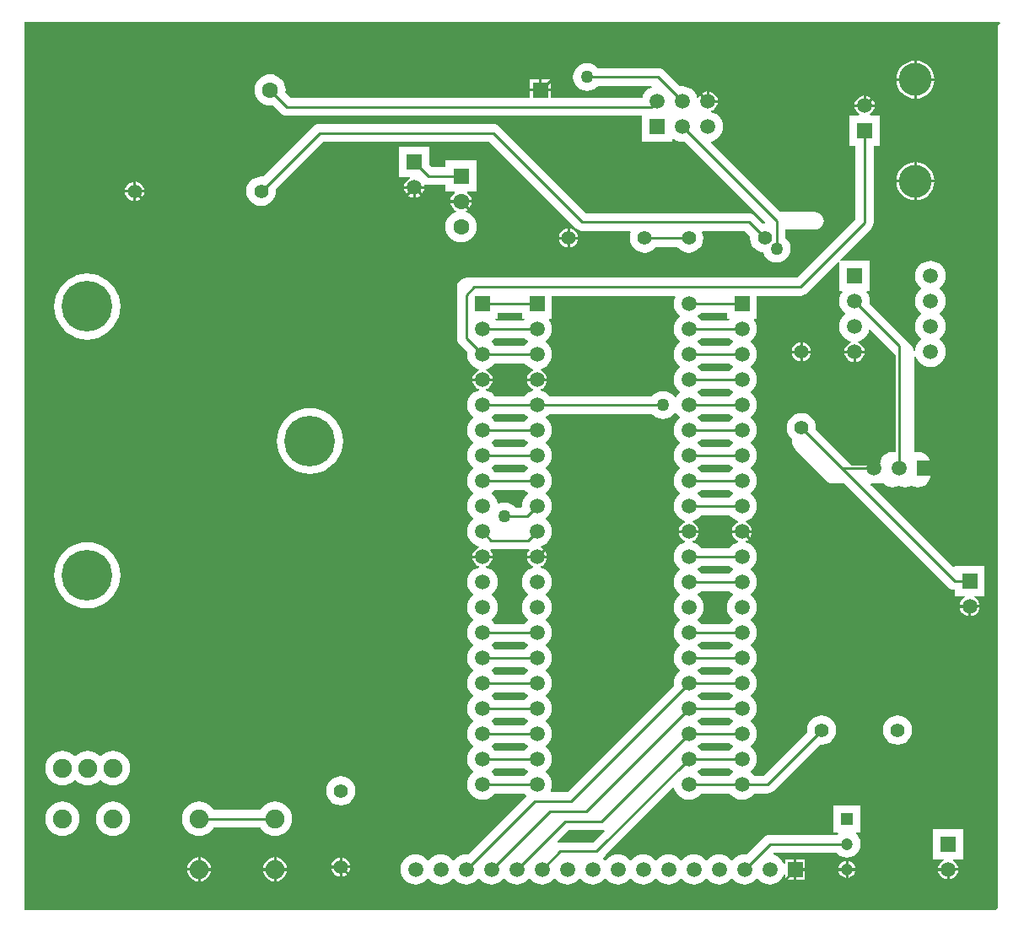
<source format=gbl>
%FSLAX25Y25*%
%MOIN*%
G70*
G01*
G75*
G04 Layer_Physical_Order=2*
G04 Layer_Color=16711680*
%ADD10C,0.01000*%
%ADD11R,0.05906X0.05906*%
%ADD12C,0.05906*%
%ADD13C,0.07500*%
%ADD14C,0.12992*%
%ADD15C,0.04724*%
%ADD16R,0.04724X0.04724*%
%ADD17C,0.05512*%
%ADD18R,0.05906X0.05906*%
%ADD19C,0.20000*%
%ADD20C,0.05600*%
%ADD21C,0.06299*%
%ADD22R,0.06299X0.06299*%
%ADD23C,0.06299*%
%ADD24R,0.06299X0.06299*%
%ADD25C,0.05000*%
G36*
X485538Y449538D02*
X484500Y448500D01*
Y100000D01*
X483500Y99000D01*
X100153D01*
X99962Y99462D01*
X100000Y99500D01*
Y450000D01*
X485347D01*
X485538Y449538D01*
D02*
G37*
%LPC*%
G36*
X224500Y115500D02*
X221277D01*
X221341Y115020D01*
X221719Y114106D01*
X222321Y113321D01*
X223106Y112719D01*
X224020Y112341D01*
X224500Y112277D01*
Y115500D01*
D02*
G37*
G36*
X428325Y114500D02*
X425500D01*
Y111675D01*
X425878Y111724D01*
X426696Y112063D01*
X427398Y112602D01*
X427937Y113304D01*
X428276Y114122D01*
X428325Y114500D01*
D02*
G37*
G36*
X424500D02*
X421675D01*
X421724Y114122D01*
X422063Y113304D01*
X422602Y112602D01*
X423304Y112063D01*
X424122Y111724D01*
X424500Y111675D01*
Y114500D01*
D02*
G37*
G36*
X228723Y115500D02*
X225500D01*
Y112277D01*
X225980Y112341D01*
X226894Y112719D01*
X227679Y113321D01*
X228281Y114106D01*
X228659Y115020D01*
X228723Y115500D01*
D02*
G37*
G36*
X169500Y119725D02*
Y115500D01*
X173725D01*
X173628Y116240D01*
X173149Y117395D01*
X172388Y118388D01*
X171396Y119149D01*
X170240Y119628D01*
X169500Y119725D01*
D02*
G37*
G36*
X387421Y248000D02*
X379579D01*
X379649Y247468D01*
X380047Y246507D01*
X380681Y245681D01*
X381507Y245047D01*
X382119Y244794D01*
X382094Y244294D01*
X381211Y244026D01*
X380177Y243474D01*
X379270Y242730D01*
X378696Y242030D01*
X367304D01*
X366730Y242730D01*
X365823Y243474D01*
X364789Y244026D01*
X363906Y244294D01*
X363881Y244794D01*
X364493Y245047D01*
X365319Y245681D01*
X365953Y246507D01*
X366351Y247468D01*
X366421Y248000D01*
X358579D01*
X358649Y247468D01*
X359047Y246507D01*
X359681Y245681D01*
X360507Y245047D01*
X361119Y244794D01*
X361094Y244294D01*
X360211Y244026D01*
X359177Y243474D01*
X358270Y242730D01*
X357526Y241823D01*
X356974Y240789D01*
X356633Y239667D01*
X356518Y238500D01*
X356633Y237333D01*
X356974Y236211D01*
X357526Y235177D01*
X358270Y234270D01*
X358905Y233750D01*
Y233250D01*
X358270Y232730D01*
X357526Y231823D01*
X356974Y230789D01*
X356633Y229667D01*
X356518Y228500D01*
X356633Y227333D01*
X356974Y226211D01*
X357526Y225177D01*
X358270Y224270D01*
X358905Y223750D01*
Y223250D01*
X358270Y222730D01*
X357526Y221823D01*
X356974Y220789D01*
X356633Y219667D01*
X356518Y218500D01*
X356633Y217333D01*
X356974Y216211D01*
X357526Y215177D01*
X358270Y214270D01*
X358905Y213750D01*
Y213250D01*
X358270Y212730D01*
X357526Y211823D01*
X356974Y210789D01*
X356633Y209667D01*
X356518Y208500D01*
X356633Y207333D01*
X356974Y206211D01*
X357526Y205177D01*
X358270Y204270D01*
X358905Y203750D01*
Y203250D01*
X358270Y202730D01*
X357526Y201823D01*
X356974Y200789D01*
X356633Y199667D01*
X356518Y198500D01*
X356633Y197333D01*
X356974Y196211D01*
X357526Y195177D01*
X358270Y194270D01*
X358905Y193750D01*
Y193250D01*
X358270Y192730D01*
X357526Y191823D01*
X356974Y190789D01*
X356633Y189667D01*
X356518Y188500D01*
X356607Y187600D01*
X314585Y145577D01*
X308174D01*
X307917Y146006D01*
X308026Y146211D01*
X308367Y147333D01*
X308482Y148500D01*
X308367Y149667D01*
X308026Y150789D01*
X307473Y151823D01*
X306730Y152730D01*
X306096Y153250D01*
Y153750D01*
X306730Y154270D01*
X307473Y155177D01*
X308026Y156211D01*
X308367Y157333D01*
X308482Y158500D01*
X308367Y159667D01*
X308026Y160789D01*
X307473Y161823D01*
X306730Y162730D01*
X306096Y163250D01*
Y163750D01*
X306730Y164270D01*
X307473Y165177D01*
X308026Y166211D01*
X308367Y167333D01*
X308482Y168500D01*
X308367Y169667D01*
X308026Y170789D01*
X307473Y171823D01*
X306730Y172730D01*
X306096Y173250D01*
Y173750D01*
X306730Y174270D01*
X307473Y175177D01*
X308026Y176211D01*
X308367Y177333D01*
X308482Y178500D01*
X308367Y179667D01*
X308026Y180789D01*
X307473Y181823D01*
X306730Y182730D01*
X306096Y183250D01*
Y183750D01*
X306730Y184270D01*
X307473Y185177D01*
X308026Y186211D01*
X308367Y187333D01*
X308482Y188500D01*
X308367Y189667D01*
X308026Y190789D01*
X307473Y191823D01*
X306730Y192730D01*
X306096Y193250D01*
Y193750D01*
X306730Y194270D01*
X307473Y195177D01*
X308026Y196211D01*
X308367Y197333D01*
X308482Y198500D01*
X308367Y199667D01*
X308026Y200789D01*
X307473Y201823D01*
X306730Y202730D01*
X306096Y203250D01*
Y203750D01*
X306730Y204270D01*
X307473Y205177D01*
X308026Y206211D01*
X308367Y207333D01*
X308482Y208500D01*
X308367Y209667D01*
X308026Y210789D01*
X307473Y211823D01*
X306730Y212730D01*
X306096Y213250D01*
Y213750D01*
X306730Y214270D01*
X307473Y215177D01*
X308026Y216211D01*
X308367Y217333D01*
X308482Y218500D01*
X308367Y219667D01*
X308026Y220789D01*
X307473Y221823D01*
X306730Y222730D01*
X306096Y223250D01*
Y223750D01*
X306730Y224270D01*
X307473Y225177D01*
X308026Y226211D01*
X308367Y227333D01*
X308482Y228500D01*
X308367Y229667D01*
X308026Y230789D01*
X307473Y231823D01*
X306730Y232730D01*
X305823Y233473D01*
X304789Y234026D01*
X303906Y234294D01*
X303881Y234794D01*
X304493Y235047D01*
X305319Y235681D01*
X305953Y236507D01*
X306351Y237468D01*
X306421Y238000D01*
X298579D01*
X298649Y237468D01*
X299047Y236507D01*
X299681Y235681D01*
X300507Y235047D01*
X301119Y234794D01*
X301094Y234294D01*
X300211Y234026D01*
X299177Y233473D01*
X298270Y232730D01*
X297527Y231823D01*
X296974Y230789D01*
X296633Y229667D01*
X296518Y228500D01*
X296633Y227333D01*
X296974Y226211D01*
X297527Y225177D01*
X298270Y224270D01*
X298904Y223750D01*
Y223250D01*
X298270Y222730D01*
X297527Y221823D01*
X296974Y220789D01*
X296633Y219667D01*
X296518Y218500D01*
X296633Y217333D01*
X296974Y216211D01*
X297527Y215177D01*
X298270Y214270D01*
X298904Y213750D01*
Y213250D01*
X298270Y212730D01*
X297696Y212030D01*
X285804D01*
X285230Y212730D01*
X284595Y213250D01*
Y213750D01*
X285230Y214270D01*
X285974Y215177D01*
X286526Y216211D01*
X286867Y217333D01*
X286982Y218500D01*
X286867Y219667D01*
X286526Y220789D01*
X285974Y221823D01*
X285230Y222730D01*
X284595Y223250D01*
Y223750D01*
X285230Y224270D01*
X285974Y225177D01*
X286526Y226211D01*
X286867Y227333D01*
X286982Y228500D01*
X286867Y229667D01*
X286526Y230789D01*
X285974Y231823D01*
X285230Y232730D01*
X284323Y233473D01*
X283289Y234026D01*
X282406Y234294D01*
X282381Y234794D01*
X282993Y235047D01*
X283819Y235681D01*
X284453Y236507D01*
X284851Y237468D01*
X284921Y238000D01*
X277079D01*
X277149Y237468D01*
X277547Y236507D01*
X278181Y235681D01*
X279007Y235047D01*
X279619Y234794D01*
X279594Y234294D01*
X278711Y234026D01*
X277677Y233473D01*
X276770Y232730D01*
X276027Y231823D01*
X275474Y230789D01*
X275133Y229667D01*
X275018Y228500D01*
X275133Y227333D01*
X275474Y226211D01*
X276027Y225177D01*
X276770Y224270D01*
X277404Y223750D01*
Y223250D01*
X276770Y222730D01*
X276027Y221823D01*
X275474Y220789D01*
X275133Y219667D01*
X275018Y218500D01*
X275133Y217333D01*
X275474Y216211D01*
X276027Y215177D01*
X276770Y214270D01*
X277404Y213750D01*
Y213250D01*
X276770Y212730D01*
X276027Y211823D01*
X275474Y210789D01*
X275133Y209667D01*
X275018Y208500D01*
X275133Y207333D01*
X275474Y206211D01*
X276027Y205177D01*
X276770Y204270D01*
X277404Y203750D01*
Y203250D01*
X276770Y202730D01*
X276027Y201823D01*
X275474Y200789D01*
X275133Y199667D01*
X275018Y198500D01*
X275133Y197333D01*
X275474Y196211D01*
X276027Y195177D01*
X276770Y194270D01*
X277404Y193750D01*
Y193250D01*
X276770Y192730D01*
X276027Y191823D01*
X275474Y190789D01*
X275133Y189667D01*
X275018Y188500D01*
X275133Y187333D01*
X275474Y186211D01*
X276027Y185177D01*
X276770Y184270D01*
X277404Y183750D01*
Y183250D01*
X276770Y182730D01*
X276027Y181823D01*
X275474Y180789D01*
X275133Y179667D01*
X275018Y178500D01*
X275133Y177333D01*
X275474Y176211D01*
X276027Y175177D01*
X276770Y174270D01*
X277404Y173750D01*
Y173250D01*
X276770Y172730D01*
X276027Y171823D01*
X275474Y170789D01*
X275133Y169667D01*
X275018Y168500D01*
X275133Y167333D01*
X275474Y166211D01*
X276027Y165177D01*
X276770Y164270D01*
X277404Y163750D01*
Y163250D01*
X276770Y162730D01*
X276027Y161823D01*
X275474Y160789D01*
X275133Y159667D01*
X275018Y158500D01*
X275133Y157333D01*
X275474Y156211D01*
X276027Y155177D01*
X276770Y154270D01*
X277404Y153750D01*
Y153250D01*
X276770Y152730D01*
X276027Y151823D01*
X275474Y150789D01*
X275133Y149667D01*
X275018Y148500D01*
X275133Y147333D01*
X275474Y146211D01*
X276027Y145177D01*
X276770Y144270D01*
X277677Y143526D01*
X278711Y142974D01*
X279833Y142633D01*
X281000Y142518D01*
X282167Y142633D01*
X283289Y142974D01*
X284323Y143526D01*
X285230Y144270D01*
X285804Y144970D01*
X297696D01*
X298270Y144270D01*
X298294Y143787D01*
X275400Y120893D01*
X274500Y120982D01*
X273333Y120867D01*
X272211Y120526D01*
X271177Y119974D01*
X270270Y119230D01*
X269750Y118596D01*
X269250D01*
X268730Y119230D01*
X267823Y119974D01*
X266789Y120526D01*
X265667Y120867D01*
X264500Y120982D01*
X263333Y120867D01*
X262211Y120526D01*
X261177Y119974D01*
X260270Y119230D01*
X259750Y118596D01*
X259250D01*
X258730Y119230D01*
X257823Y119974D01*
X256789Y120526D01*
X255667Y120867D01*
X254500Y120982D01*
X253333Y120867D01*
X252211Y120526D01*
X251177Y119974D01*
X250270Y119230D01*
X249527Y118323D01*
X248974Y117289D01*
X248633Y116167D01*
X248518Y115000D01*
X248633Y113833D01*
X248974Y112711D01*
X249527Y111677D01*
X250270Y110770D01*
X251177Y110027D01*
X252211Y109474D01*
X253333Y109133D01*
X254500Y109019D01*
X255667Y109133D01*
X256789Y109474D01*
X257823Y110027D01*
X258730Y110770D01*
X259250Y111405D01*
X259750D01*
X260270Y110770D01*
X261177Y110027D01*
X262211Y109474D01*
X263333Y109133D01*
X264500Y109019D01*
X265667Y109133D01*
X266789Y109474D01*
X267823Y110027D01*
X268730Y110770D01*
X269250Y111405D01*
X269750D01*
X270270Y110770D01*
X271177Y110027D01*
X272211Y109474D01*
X273333Y109133D01*
X274500Y109019D01*
X275667Y109133D01*
X276789Y109474D01*
X277823Y110027D01*
X278730Y110770D01*
X279250Y111405D01*
X279750D01*
X280270Y110770D01*
X281177Y110027D01*
X282211Y109474D01*
X283333Y109133D01*
X284500Y109019D01*
X285667Y109133D01*
X286789Y109474D01*
X287823Y110027D01*
X288730Y110770D01*
X289250Y111405D01*
X289750D01*
X290270Y110770D01*
X291177Y110027D01*
X292211Y109474D01*
X293333Y109133D01*
X294500Y109019D01*
X295667Y109133D01*
X296789Y109474D01*
X297823Y110027D01*
X298730Y110770D01*
X299250Y111405D01*
X299750D01*
X300270Y110770D01*
X301177Y110027D01*
X302211Y109474D01*
X303333Y109133D01*
X304500Y109019D01*
X305667Y109133D01*
X306789Y109474D01*
X307823Y110027D01*
X308730Y110770D01*
X309250Y111405D01*
X309750D01*
X310270Y110770D01*
X311177Y110027D01*
X312211Y109474D01*
X313333Y109133D01*
X314500Y109019D01*
X315667Y109133D01*
X316789Y109474D01*
X317823Y110027D01*
X318730Y110770D01*
X319250Y111405D01*
X319750D01*
X320270Y110770D01*
X321177Y110027D01*
X322211Y109474D01*
X323333Y109133D01*
X324500Y109019D01*
X325667Y109133D01*
X326789Y109474D01*
X327823Y110027D01*
X328730Y110770D01*
X329250Y111405D01*
X329750D01*
X330270Y110770D01*
X331177Y110027D01*
X332211Y109474D01*
X333333Y109133D01*
X334500Y109019D01*
X335667Y109133D01*
X336789Y109474D01*
X337823Y110027D01*
X338730Y110770D01*
X339250Y111405D01*
X339750D01*
X340270Y110770D01*
X341177Y110027D01*
X342211Y109474D01*
X343333Y109133D01*
X344500Y109019D01*
X345667Y109133D01*
X346789Y109474D01*
X347823Y110027D01*
X348730Y110770D01*
X349250Y111405D01*
X349750D01*
X350270Y110770D01*
X351177Y110027D01*
X352211Y109474D01*
X353333Y109133D01*
X354500Y109019D01*
X355667Y109133D01*
X356789Y109474D01*
X357823Y110027D01*
X358730Y110770D01*
X359250Y111405D01*
X359750D01*
X360270Y110770D01*
X361177Y110027D01*
X362211Y109474D01*
X363333Y109133D01*
X364500Y109019D01*
X365667Y109133D01*
X366789Y109474D01*
X367823Y110027D01*
X368730Y110770D01*
X369250Y111405D01*
X369750D01*
X370270Y110770D01*
X371177Y110027D01*
X372211Y109474D01*
X373333Y109133D01*
X374500Y109019D01*
X375667Y109133D01*
X376789Y109474D01*
X377823Y110027D01*
X378730Y110770D01*
X379250Y111405D01*
X379750D01*
X380270Y110770D01*
X381177Y110027D01*
X382211Y109474D01*
X383333Y109133D01*
X384500Y109019D01*
X385667Y109133D01*
X386789Y109474D01*
X387823Y110027D01*
X388730Y110770D01*
X389250Y111405D01*
X389750D01*
X390270Y110770D01*
X391177Y110027D01*
X392211Y109474D01*
X393333Y109133D01*
X394500Y109019D01*
X395667Y109133D01*
X396789Y109474D01*
X397823Y110027D01*
X398730Y110770D01*
X399474Y111677D01*
X400026Y112711D01*
X400053Y112798D01*
X400547Y112725D01*
Y111047D01*
X404000D01*
Y115000D01*
Y118953D01*
X400547D01*
Y117275D01*
X400053Y117202D01*
X400026Y117289D01*
X399474Y118323D01*
X398730Y119230D01*
X397823Y119974D01*
X396789Y120526D01*
X395896Y120797D01*
X395826Y121076D01*
X396134Y121470D01*
X420950D01*
X421176Y121176D01*
X422296Y120316D01*
X423600Y119776D01*
X425000Y119591D01*
X426400Y119776D01*
X427704Y120316D01*
X428824Y121176D01*
X429684Y122296D01*
X430224Y123600D01*
X430408Y125000D01*
X430224Y126400D01*
X429684Y127704D01*
X428824Y128824D01*
X428381Y129164D01*
X428542Y129638D01*
X430362D01*
Y140362D01*
X419638D01*
Y129638D01*
X421458D01*
X421619Y129164D01*
X421176Y128824D01*
X420950Y128530D01*
X394500D01*
X394500Y128530D01*
X393586Y128410D01*
X392735Y128057D01*
X392004Y127496D01*
X385400Y120893D01*
X384500Y120982D01*
X383333Y120867D01*
X382211Y120526D01*
X381177Y119974D01*
X380270Y119230D01*
X379750Y118596D01*
X379250D01*
X378730Y119230D01*
X377823Y119974D01*
X376789Y120526D01*
X375667Y120867D01*
X374500Y120982D01*
X373333Y120867D01*
X372211Y120526D01*
X371177Y119974D01*
X370270Y119230D01*
X369750Y118596D01*
X369250D01*
X368730Y119230D01*
X367823Y119974D01*
X366789Y120526D01*
X365667Y120867D01*
X364500Y120982D01*
X363333Y120867D01*
X362211Y120526D01*
X361177Y119974D01*
X360270Y119230D01*
X359750Y118596D01*
X359250D01*
X358730Y119230D01*
X357823Y119974D01*
X356789Y120526D01*
X355667Y120867D01*
X354500Y120982D01*
X353333Y120867D01*
X352211Y120526D01*
X351177Y119974D01*
X350270Y119230D01*
X349750Y118596D01*
X349250D01*
X348730Y119230D01*
X347823Y119974D01*
X346789Y120526D01*
X345667Y120867D01*
X344500Y120982D01*
X343333Y120867D01*
X342211Y120526D01*
X341177Y119974D01*
X340270Y119230D01*
X339750Y118596D01*
X339250D01*
X338730Y119230D01*
X337823Y119974D01*
X336789Y120526D01*
X335667Y120867D01*
X334500Y120982D01*
X333333Y120867D01*
X332211Y120526D01*
X331177Y119974D01*
X330270Y119230D01*
X329750Y118596D01*
X329250D01*
X328730Y119230D01*
X331052Y122060D01*
X356218Y147225D01*
X356703Y147104D01*
X356974Y146211D01*
X357526Y145177D01*
X358270Y144270D01*
X359177Y143526D01*
X360211Y142974D01*
X361333Y142633D01*
X362500Y142518D01*
X363667Y142633D01*
X364789Y142974D01*
X365823Y143526D01*
X366730Y144270D01*
X367304Y144970D01*
X378696D01*
X379270Y144270D01*
X380177Y143526D01*
X381211Y142974D01*
X382333Y142633D01*
X383500Y142518D01*
X384667Y142633D01*
X385789Y142974D01*
X386823Y143526D01*
X387730Y144270D01*
X388304Y144970D01*
X393500D01*
X394414Y145090D01*
X395265Y145443D01*
X395996Y146004D01*
X414282Y164289D01*
X415000Y164194D01*
X416503Y164392D01*
X417903Y164972D01*
X419105Y165895D01*
X420028Y167097D01*
X420608Y168497D01*
X420806Y170000D01*
X420608Y171503D01*
X420028Y172903D01*
X419105Y174105D01*
X417903Y175028D01*
X416503Y175608D01*
X415000Y175806D01*
X413497Y175608D01*
X412097Y175028D01*
X410895Y174105D01*
X409972Y172903D01*
X409392Y171503D01*
X409194Y170000D01*
X409289Y169281D01*
X392038Y152030D01*
X388304D01*
X387730Y152730D01*
X387095Y153250D01*
Y153750D01*
X387730Y154270D01*
X388474Y155177D01*
X389026Y156211D01*
X389367Y157333D01*
X389482Y158500D01*
X389367Y159667D01*
X389026Y160789D01*
X388474Y161823D01*
X387730Y162730D01*
X387095Y163250D01*
Y163750D01*
X387730Y164270D01*
X388474Y165177D01*
X389026Y166211D01*
X389367Y167333D01*
X389482Y168500D01*
X389367Y169667D01*
X389026Y170789D01*
X388474Y171823D01*
X387730Y172730D01*
X387095Y173250D01*
Y173750D01*
X387730Y174270D01*
X388474Y175177D01*
X389026Y176211D01*
X389367Y177333D01*
X389482Y178500D01*
X389367Y179667D01*
X389026Y180789D01*
X388474Y181823D01*
X387730Y182730D01*
X387095Y183250D01*
Y183750D01*
X387730Y184270D01*
X388474Y185177D01*
X389026Y186211D01*
X389367Y187333D01*
X389482Y188500D01*
X389367Y189667D01*
X389026Y190789D01*
X388474Y191823D01*
X387730Y192730D01*
X387095Y193250D01*
Y193750D01*
X387730Y194270D01*
X388474Y195177D01*
X389026Y196211D01*
X389367Y197333D01*
X389482Y198500D01*
X389367Y199667D01*
X389026Y200789D01*
X388474Y201823D01*
X387730Y202730D01*
X387095Y203250D01*
Y203750D01*
X387730Y204270D01*
X388474Y205177D01*
X389026Y206211D01*
X389367Y207333D01*
X389482Y208500D01*
X389367Y209667D01*
X389026Y210789D01*
X388474Y211823D01*
X387730Y212730D01*
X387095Y213250D01*
Y213750D01*
X387730Y214270D01*
X388474Y215177D01*
X389026Y216211D01*
X389367Y217333D01*
X389482Y218500D01*
X389367Y219667D01*
X389026Y220789D01*
X388474Y221823D01*
X387730Y222730D01*
X387095Y223250D01*
Y223750D01*
X387730Y224270D01*
X388474Y225177D01*
X389026Y226211D01*
X389367Y227333D01*
X389482Y228500D01*
X389367Y229667D01*
X389026Y230789D01*
X388474Y231823D01*
X387730Y232730D01*
X387095Y233250D01*
Y233750D01*
X387730Y234270D01*
X388474Y235177D01*
X389026Y236211D01*
X389367Y237333D01*
X389482Y238500D01*
X389367Y239667D01*
X389026Y240789D01*
X388474Y241823D01*
X387730Y242730D01*
X386823Y243474D01*
X385789Y244026D01*
X384906Y244294D01*
X384881Y244794D01*
X385493Y245047D01*
X386319Y245681D01*
X386953Y246507D01*
X387351Y247468D01*
X387421Y248000D01*
D02*
G37*
G36*
X212800Y297340D02*
X210760Y297180D01*
X208770Y296702D01*
X206880Y295919D01*
X205135Y294850D01*
X203579Y293521D01*
X202250Y291965D01*
X201181Y290220D01*
X200398Y288330D01*
X199920Y286340D01*
X199760Y284300D01*
X199920Y282260D01*
X200398Y280270D01*
X201181Y278380D01*
X202250Y276635D01*
X203579Y275079D01*
X205135Y273750D01*
X206880Y272681D01*
X208770Y271898D01*
X210760Y271420D01*
X212800Y271260D01*
X214840Y271420D01*
X216830Y271898D01*
X218720Y272681D01*
X220465Y273750D01*
X222021Y275079D01*
X223350Y276635D01*
X224419Y278380D01*
X225202Y280270D01*
X225680Y282260D01*
X225840Y284300D01*
X225680Y286340D01*
X225202Y288330D01*
X224419Y290220D01*
X223350Y291965D01*
X222021Y293521D01*
X220465Y294850D01*
X218720Y295919D01*
X216830Y296702D01*
X214840Y297180D01*
X212800Y297340D01*
D02*
G37*
G36*
X168500Y119725D02*
X167760Y119628D01*
X166604Y119149D01*
X165612Y118388D01*
X164851Y117395D01*
X164372Y116240D01*
X164275Y115500D01*
X168500D01*
Y119725D01*
D02*
G37*
G36*
X427500Y319000D02*
X424079D01*
X424149Y318468D01*
X424547Y317507D01*
X425181Y316681D01*
X426007Y316047D01*
X426968Y315649D01*
X427500Y315579D01*
Y319000D01*
D02*
G37*
G36*
X435921Y416343D02*
X428079D01*
X428149Y415811D01*
X428547Y414849D01*
X429181Y414023D01*
X429959Y413426D01*
X429799Y412953D01*
X426047D01*
Y401047D01*
X428470D01*
Y371962D01*
X405238Y348730D01*
X274500D01*
X273586Y348610D01*
X272735Y348257D01*
X272004Y347696D01*
X271443Y346965D01*
X271090Y346114D01*
X270970Y345200D01*
Y342000D01*
Y325000D01*
X270970Y325000D01*
X270970D01*
X271090Y324086D01*
X271443Y323235D01*
X272004Y322504D01*
X275107Y319400D01*
X275018Y318500D01*
X275133Y317333D01*
X275474Y316211D01*
X276027Y315177D01*
X276770Y314270D01*
X277677Y313527D01*
X278711Y312974D01*
X279594Y312706D01*
X279619Y312206D01*
X279007Y311953D01*
X278181Y311319D01*
X277547Y310493D01*
X277149Y309532D01*
X277079Y309000D01*
X284921D01*
X284851Y309532D01*
X284453Y310493D01*
X283819Y311319D01*
X282993Y311953D01*
X282381Y312206D01*
X282406Y312706D01*
X283289Y312974D01*
X284323Y313527D01*
X285230Y314270D01*
X285804Y314970D01*
X297696D01*
X298270Y314270D01*
X299177Y313527D01*
X300211Y312974D01*
X301094Y312706D01*
X301119Y312206D01*
X300507Y311953D01*
X299681Y311319D01*
X299047Y310493D01*
X298649Y309532D01*
X298579Y309000D01*
X306421D01*
X306351Y309532D01*
X305953Y310493D01*
X305319Y311319D01*
X304493Y311953D01*
X303881Y312206D01*
X303906Y312706D01*
X304789Y312974D01*
X305823Y313527D01*
X306730Y314270D01*
X307473Y315177D01*
X308026Y316211D01*
X308367Y317333D01*
X308482Y318500D01*
X308367Y319667D01*
X308026Y320789D01*
X307473Y321823D01*
X306730Y322730D01*
X306096Y323250D01*
Y323750D01*
X306730Y324270D01*
X307473Y325177D01*
X308026Y326211D01*
X308367Y327333D01*
X308482Y328500D01*
X308367Y329667D01*
X308026Y330789D01*
X307473Y331823D01*
X307250Y332095D01*
X307464Y332547D01*
X308453D01*
Y341670D01*
X356958D01*
X357215Y341241D01*
X356974Y340789D01*
X356633Y339667D01*
X356518Y338500D01*
X356633Y337333D01*
X356974Y336211D01*
X357526Y335177D01*
X358270Y334270D01*
X358905Y333750D01*
Y333250D01*
X358270Y332730D01*
X357526Y331823D01*
X356974Y330789D01*
X356633Y329667D01*
X356518Y328500D01*
X356633Y327333D01*
X356974Y326211D01*
X357526Y325177D01*
X358270Y324270D01*
X358905Y323750D01*
Y323250D01*
X358270Y322730D01*
X357526Y321823D01*
X356974Y320789D01*
X356633Y319667D01*
X356518Y318500D01*
X356633Y317333D01*
X356974Y316211D01*
X357526Y315177D01*
X358270Y314270D01*
X358905Y313750D01*
Y313250D01*
X358270Y312730D01*
X357526Y311823D01*
X356974Y310789D01*
X356633Y309667D01*
X356518Y308500D01*
X356633Y307333D01*
X356974Y306211D01*
X357526Y305177D01*
X358270Y304270D01*
X358905Y303750D01*
Y303250D01*
X358270Y302730D01*
X357526Y301823D01*
X357398Y301582D01*
X356899Y301541D01*
X356223Y302423D01*
X355074Y303304D01*
X353736Y303858D01*
X352300Y304047D01*
X350864Y303858D01*
X349526Y303304D01*
X348377Y302423D01*
X348076Y302030D01*
X307304D01*
X306730Y302730D01*
X305823Y303473D01*
X304789Y304026D01*
X303906Y304294D01*
X303881Y304794D01*
X304493Y305047D01*
X305319Y305681D01*
X305953Y306507D01*
X306351Y307468D01*
X306421Y308000D01*
X298579D01*
X298649Y307468D01*
X299047Y306507D01*
X299681Y305681D01*
X300507Y305047D01*
X301119Y304794D01*
X301094Y304294D01*
X300211Y304026D01*
X299177Y303473D01*
X298270Y302730D01*
X297696Y302030D01*
X285804D01*
X285230Y302730D01*
X284323Y303473D01*
X283289Y304026D01*
X282406Y304294D01*
X282381Y304794D01*
X282993Y305047D01*
X283819Y305681D01*
X284453Y306507D01*
X284851Y307468D01*
X284921Y308000D01*
X277079D01*
X277149Y307468D01*
X277547Y306507D01*
X278181Y305681D01*
X279007Y305047D01*
X279619Y304794D01*
X279594Y304294D01*
X278711Y304026D01*
X277677Y303473D01*
X276770Y302730D01*
X276027Y301823D01*
X275474Y300789D01*
X275133Y299667D01*
X275018Y298500D01*
X275133Y297333D01*
X275474Y296211D01*
X276027Y295177D01*
X276770Y294270D01*
X277404Y293750D01*
Y293250D01*
X276770Y292730D01*
X276027Y291823D01*
X275474Y290789D01*
X275133Y289667D01*
X275018Y288500D01*
X275133Y287333D01*
X275474Y286211D01*
X276027Y285177D01*
X276770Y284270D01*
X277404Y283750D01*
Y283250D01*
X276770Y282730D01*
X276027Y281823D01*
X275474Y280789D01*
X275133Y279667D01*
X275018Y278500D01*
X275133Y277333D01*
X275474Y276211D01*
X276027Y275177D01*
X276770Y274270D01*
X277404Y273750D01*
Y273250D01*
X276770Y272730D01*
X276027Y271823D01*
X275474Y270789D01*
X275133Y269667D01*
X275018Y268500D01*
X275133Y267333D01*
X275474Y266211D01*
X276027Y265177D01*
X276770Y264270D01*
X277404Y263750D01*
Y263250D01*
X276770Y262730D01*
X276027Y261823D01*
X275474Y260789D01*
X275133Y259667D01*
X275018Y258500D01*
X275133Y257333D01*
X275474Y256211D01*
X276027Y255177D01*
X276770Y254270D01*
X277404Y253750D01*
Y253250D01*
X276770Y252730D01*
X276027Y251823D01*
X275474Y250789D01*
X275133Y249667D01*
X275018Y248500D01*
X275133Y247333D01*
X275474Y246211D01*
X276027Y245177D01*
X276770Y244270D01*
X277677Y243527D01*
X278711Y242974D01*
X279594Y242706D01*
X279619Y242206D01*
X279007Y241953D01*
X278181Y241319D01*
X277547Y240493D01*
X277149Y239532D01*
X277079Y239000D01*
X284921D01*
X284851Y239532D01*
X284453Y240493D01*
X283972Y241120D01*
X284222Y241553D01*
X284446Y241524D01*
X299054D01*
X299278Y241553D01*
X299528Y241120D01*
X299047Y240493D01*
X298649Y239532D01*
X298579Y239000D01*
X306421D01*
X306351Y239532D01*
X305953Y240493D01*
X305319Y241319D01*
X304493Y241953D01*
X303881Y242206D01*
X303906Y242706D01*
X304789Y242974D01*
X305823Y243527D01*
X306730Y244270D01*
X307473Y245177D01*
X308026Y246211D01*
X308367Y247333D01*
X308482Y248500D01*
X308367Y249667D01*
X308026Y250789D01*
X307473Y251823D01*
X306730Y252730D01*
X306096Y253250D01*
Y253750D01*
X306730Y254270D01*
X307473Y255177D01*
X308026Y256211D01*
X308367Y257333D01*
X308482Y258500D01*
X308367Y259667D01*
X308026Y260789D01*
X307473Y261823D01*
X306730Y262730D01*
X306096Y263250D01*
Y263750D01*
X306730Y264270D01*
X307473Y265177D01*
X308026Y266211D01*
X308367Y267333D01*
X308482Y268500D01*
X308367Y269667D01*
X308026Y270789D01*
X307473Y271823D01*
X306730Y272730D01*
X306096Y273250D01*
Y273750D01*
X306730Y274270D01*
X307473Y275177D01*
X308026Y276211D01*
X308367Y277333D01*
X308482Y278500D01*
X308367Y279667D01*
X308026Y280789D01*
X307473Y281823D01*
X306730Y282730D01*
X306096Y283250D01*
Y283750D01*
X306730Y284270D01*
X307473Y285177D01*
X308026Y286211D01*
X308367Y287333D01*
X308482Y288500D01*
X308367Y289667D01*
X308026Y290789D01*
X307473Y291823D01*
X306730Y292730D01*
X306096Y293250D01*
Y293750D01*
X306730Y294270D01*
X307304Y294970D01*
X348076D01*
X348377Y294577D01*
X349526Y293696D01*
X350864Y293142D01*
X352300Y292952D01*
X353736Y293142D01*
X355074Y293696D01*
X356223Y294577D01*
X356899Y295459D01*
X357398Y295418D01*
X357526Y295177D01*
X358270Y294270D01*
X358905Y293750D01*
Y293250D01*
X358270Y292730D01*
X357526Y291823D01*
X356974Y290789D01*
X356633Y289667D01*
X356518Y288500D01*
X356633Y287333D01*
X356974Y286211D01*
X357526Y285177D01*
X358270Y284270D01*
X358905Y283750D01*
Y283250D01*
X358270Y282730D01*
X357526Y281823D01*
X356974Y280789D01*
X356633Y279667D01*
X356518Y278500D01*
X356633Y277333D01*
X356974Y276211D01*
X357526Y275177D01*
X358270Y274270D01*
X358905Y273750D01*
Y273250D01*
X358270Y272730D01*
X357526Y271823D01*
X356974Y270789D01*
X356633Y269667D01*
X356518Y268500D01*
X356633Y267333D01*
X356974Y266211D01*
X357526Y265177D01*
X358270Y264270D01*
X358905Y263750D01*
Y263250D01*
X358270Y262730D01*
X357526Y261823D01*
X356974Y260789D01*
X356633Y259667D01*
X356518Y258500D01*
X356633Y257333D01*
X356974Y256211D01*
X357526Y255177D01*
X358270Y254270D01*
X359177Y253526D01*
X360211Y252974D01*
X361094Y252706D01*
X361119Y252206D01*
X360507Y251953D01*
X359681Y251319D01*
X359047Y250493D01*
X358649Y249532D01*
X358579Y249000D01*
X366421D01*
X366351Y249532D01*
X365953Y250493D01*
X365319Y251319D01*
X364493Y251953D01*
X363881Y252206D01*
X363906Y252706D01*
X364789Y252974D01*
X365823Y253526D01*
X366730Y254270D01*
X367304Y254970D01*
X378696D01*
X379270Y254270D01*
X380177Y253526D01*
X381211Y252974D01*
X382094Y252706D01*
X382119Y252206D01*
X381507Y251953D01*
X380681Y251319D01*
X380047Y250493D01*
X379649Y249532D01*
X379579Y249000D01*
X387421D01*
X387351Y249532D01*
X386953Y250493D01*
X386319Y251319D01*
X385493Y251953D01*
X384881Y252206D01*
X384906Y252706D01*
X385789Y252974D01*
X386823Y253526D01*
X387730Y254270D01*
X388474Y255177D01*
X389026Y256211D01*
X389367Y257333D01*
X389482Y258500D01*
X389367Y259667D01*
X389026Y260789D01*
X388474Y261823D01*
X387730Y262730D01*
X387095Y263250D01*
Y263750D01*
X387730Y264270D01*
X388474Y265177D01*
X389026Y266211D01*
X389367Y267333D01*
X389482Y268500D01*
X389367Y269667D01*
X389026Y270789D01*
X388474Y271823D01*
X387730Y272730D01*
X387095Y273250D01*
Y273750D01*
X387730Y274270D01*
X388474Y275177D01*
X389026Y276211D01*
X389367Y277333D01*
X389482Y278500D01*
X389367Y279667D01*
X389026Y280789D01*
X388474Y281823D01*
X387730Y282730D01*
X387095Y283250D01*
Y283750D01*
X387730Y284270D01*
X388474Y285177D01*
X389026Y286211D01*
X389367Y287333D01*
X389482Y288500D01*
X389367Y289667D01*
X389026Y290789D01*
X388474Y291823D01*
X387730Y292730D01*
X387095Y293250D01*
Y293750D01*
X387730Y294270D01*
X388474Y295177D01*
X389026Y296211D01*
X389367Y297333D01*
X389482Y298500D01*
X389367Y299667D01*
X389026Y300789D01*
X388474Y301823D01*
X387730Y302730D01*
X387095Y303250D01*
Y303750D01*
X387730Y304270D01*
X388474Y305177D01*
X389026Y306211D01*
X389367Y307333D01*
X389482Y308500D01*
X389367Y309667D01*
X389026Y310789D01*
X388474Y311823D01*
X387730Y312730D01*
X387095Y313250D01*
Y313750D01*
X387730Y314270D01*
X388474Y315177D01*
X389026Y316211D01*
X389367Y317333D01*
X389482Y318500D01*
X389367Y319667D01*
X389026Y320789D01*
X388474Y321823D01*
X387730Y322730D01*
X387095Y323250D01*
Y323750D01*
X387730Y324270D01*
X388474Y325177D01*
X389026Y326211D01*
X389367Y327333D01*
X389482Y328500D01*
X389367Y329667D01*
X389026Y330789D01*
X388474Y331823D01*
X388250Y332095D01*
X388464Y332547D01*
X389453D01*
Y341670D01*
X406700D01*
X407614Y341790D01*
X408465Y342143D01*
X409196Y342704D01*
X421585Y355093D01*
X422047Y354902D01*
Y343547D01*
X423036D01*
X423250Y343095D01*
X423027Y342823D01*
X422474Y341789D01*
X422133Y340667D01*
X422018Y339500D01*
X422133Y338333D01*
X422474Y337211D01*
X423027Y336177D01*
X423770Y335270D01*
X424404Y334750D01*
Y334250D01*
X423770Y333730D01*
X423027Y332823D01*
X422474Y331789D01*
X422133Y330667D01*
X422018Y329500D01*
X422133Y328333D01*
X422474Y327211D01*
X423027Y326177D01*
X423770Y325270D01*
X424677Y324527D01*
X425711Y323974D01*
X426594Y323706D01*
X426619Y323206D01*
X426007Y322953D01*
X425181Y322319D01*
X424547Y321493D01*
X424149Y320532D01*
X424079Y320000D01*
X431921D01*
X431851Y320532D01*
X431453Y321493D01*
X430819Y322319D01*
X429993Y322953D01*
X429381Y323206D01*
X429406Y323706D01*
X430289Y323974D01*
X431323Y324527D01*
X432230Y325270D01*
X432973Y326177D01*
X433526Y327211D01*
X433797Y328104D01*
X434282Y328225D01*
X444470Y318038D01*
Y280166D01*
X444094Y279836D01*
X443000Y279980D01*
X441703Y279809D01*
X440494Y279309D01*
X439456Y278512D01*
X438660Y277474D01*
X438159Y276266D01*
X437989Y274969D01*
Y274530D01*
X426962D01*
X412711Y288781D01*
X412806Y289500D01*
X412608Y291003D01*
X412028Y292403D01*
X411105Y293605D01*
X409903Y294528D01*
X408503Y295108D01*
X407000Y295306D01*
X405497Y295108D01*
X404097Y294528D01*
X402895Y293605D01*
X401972Y292403D01*
X401392Y291003D01*
X401194Y289500D01*
X401392Y287997D01*
X401972Y286597D01*
X402895Y285395D01*
X403470Y284954D01*
Y283500D01*
X403590Y282586D01*
X403943Y281735D01*
X404504Y281004D01*
X417004Y268504D01*
X417735Y267943D01*
X418586Y267590D01*
X419500Y267470D01*
X424038D01*
X465004Y226504D01*
X465004Y226504D01*
X465004D01*
X465004Y226504D01*
X465004D01*
X465004Y226504D01*
Y226504D01*
Y226504D01*
D01*
D01*
X465004D01*
Y226504D01*
X465735Y225943D01*
X466586Y225590D01*
X467500Y225470D01*
X467547D01*
Y223047D01*
X471660D01*
X471758Y222557D01*
X471507Y222453D01*
X470681Y221819D01*
X470047Y220993D01*
X469649Y220032D01*
X469579Y219500D01*
X477421D01*
X477351Y220032D01*
X476953Y220993D01*
X476319Y221819D01*
X475493Y222453D01*
X475242Y222557D01*
X475340Y223047D01*
X479453D01*
Y234953D01*
X467547D01*
Y234598D01*
X467085Y234407D01*
X434485Y267008D01*
X434676Y267470D01*
X439480D01*
X440494Y266691D01*
X441703Y266191D01*
X443000Y266020D01*
X444297Y266191D01*
X445500Y266689D01*
X446703Y266191D01*
X448000Y266020D01*
X449297Y266191D01*
X450500Y266689D01*
X451703Y266191D01*
X453000Y266020D01*
X454297Y266191D01*
X455506Y266691D01*
X456544Y267488D01*
X457340Y268526D01*
X457841Y269735D01*
X458011Y271031D01*
Y274969D01*
X457841Y276266D01*
X457340Y277474D01*
X456544Y278512D01*
X455506Y279309D01*
X454297Y279809D01*
X453000Y279980D01*
X451906Y279836D01*
X451530Y280166D01*
Y319362D01*
X452030Y319387D01*
X452030Y319387D01*
D01*
X452133Y318333D01*
X452474Y317211D01*
X453026Y316177D01*
X453770Y315270D01*
X454677Y314527D01*
X455711Y313974D01*
X456833Y313633D01*
X458000Y313518D01*
X459167Y313633D01*
X460289Y313974D01*
X461323Y314527D01*
X462230Y315270D01*
X462973Y316177D01*
X463526Y317211D01*
X463867Y318333D01*
X463981Y319500D01*
X463867Y320667D01*
X463526Y321789D01*
X462973Y322823D01*
X462230Y323730D01*
X461595Y324250D01*
Y324750D01*
X462230Y325270D01*
X462973Y326177D01*
X463526Y327211D01*
X463867Y328333D01*
X463981Y329500D01*
X463867Y330667D01*
X463526Y331789D01*
X462973Y332823D01*
X462230Y333730D01*
X461595Y334250D01*
Y334750D01*
X462230Y335270D01*
X462973Y336177D01*
X463526Y337211D01*
X463867Y338333D01*
X463981Y339500D01*
X463867Y340667D01*
X463526Y341789D01*
X462973Y342823D01*
X462230Y343730D01*
X461595Y344250D01*
Y344750D01*
X462230Y345270D01*
X462973Y346177D01*
X463526Y347211D01*
X463867Y348333D01*
X463981Y349500D01*
X463867Y350667D01*
X463526Y351789D01*
X462973Y352823D01*
X462230Y353730D01*
X461323Y354473D01*
X460289Y355026D01*
X459167Y355367D01*
X458000Y355482D01*
X456833Y355367D01*
X455711Y355026D01*
X454677Y354473D01*
X453770Y353730D01*
X453026Y352823D01*
X452474Y351789D01*
X452133Y350667D01*
X452018Y349500D01*
X452133Y348333D01*
X452474Y347211D01*
X453026Y346177D01*
X453770Y345270D01*
X454404Y344750D01*
Y344250D01*
X453770Y343730D01*
X453026Y342823D01*
X452474Y341789D01*
X452133Y340667D01*
X452018Y339500D01*
X452133Y338333D01*
X452474Y337211D01*
X453026Y336177D01*
X453770Y335270D01*
X454404Y334750D01*
Y334250D01*
X453770Y333730D01*
X453026Y332823D01*
X452474Y331789D01*
X452133Y330667D01*
X452018Y329500D01*
X452133Y328333D01*
X452474Y327211D01*
X453026Y326177D01*
X453770Y325270D01*
X454404Y324750D01*
Y324250D01*
X453770Y323730D01*
X453026Y322823D01*
X452474Y321789D01*
X452133Y320667D01*
X452024Y319555D01*
X451524Y319547D01*
X451410Y320414D01*
X451057Y321265D01*
X450496Y321996D01*
X433893Y338600D01*
X433982Y339500D01*
X433867Y340667D01*
X433526Y341789D01*
X432973Y342823D01*
X432750Y343095D01*
X432964Y343547D01*
X433953D01*
Y355453D01*
X422599D01*
X422407Y355915D01*
X434496Y368004D01*
X435057Y368735D01*
X435410Y369586D01*
X435530Y370500D01*
X435530Y370500D01*
X435530Y370500D01*
Y370500D01*
Y401047D01*
X437953D01*
Y412953D01*
X434201D01*
X434041Y413426D01*
X434819Y414023D01*
X435453Y414849D01*
X435851Y415811D01*
X435921Y416343D01*
D02*
G37*
G36*
X406500Y319000D02*
X403277D01*
X403341Y318519D01*
X403719Y317606D01*
X404321Y316821D01*
X405106Y316219D01*
X406019Y315841D01*
X406500Y315777D01*
Y319000D01*
D02*
G37*
G36*
X431921D02*
X428500D01*
Y315579D01*
X429032Y315649D01*
X429993Y316047D01*
X430819Y316681D01*
X431453Y317507D01*
X431851Y318468D01*
X431921Y319000D01*
D02*
G37*
G36*
X464500Y114500D02*
X461079D01*
X461149Y113968D01*
X461547Y113007D01*
X462181Y112181D01*
X463007Y111547D01*
X463968Y111149D01*
X464500Y111079D01*
Y114500D01*
D02*
G37*
G36*
X468921D02*
X465500D01*
Y111079D01*
X466032Y111149D01*
X466993Y111547D01*
X467819Y112181D01*
X468453Y113007D01*
X468851Y113968D01*
X468921Y114500D01*
D02*
G37*
G36*
X203725D02*
X199500D01*
Y110275D01*
X200240Y110372D01*
X201396Y110851D01*
X202388Y111612D01*
X203149Y112604D01*
X203628Y113760D01*
X203725Y114500D01*
D02*
G37*
G36*
X408453D02*
X405000D01*
Y111047D01*
X408453D01*
Y114500D01*
D02*
G37*
G36*
X115000Y141783D02*
X113677Y141652D01*
X112404Y141266D01*
X111232Y140640D01*
X110204Y139796D01*
X109360Y138768D01*
X108734Y137596D01*
X108348Y136323D01*
X108217Y135000D01*
X108348Y133677D01*
X108734Y132404D01*
X109360Y131232D01*
X110204Y130204D01*
X111232Y129360D01*
X112404Y128734D01*
X113677Y128348D01*
X115000Y128217D01*
X116323Y128348D01*
X117596Y128734D01*
X118768Y129360D01*
X119796Y130204D01*
X120640Y131232D01*
X121266Y132404D01*
X121652Y133677D01*
X121783Y135000D01*
X121652Y136323D01*
X121266Y137596D01*
X120640Y138768D01*
X119796Y139796D01*
X118768Y140640D01*
X117596Y141266D01*
X116323Y141652D01*
X115000Y141783D01*
D02*
G37*
G36*
X445000Y175806D02*
X443497Y175608D01*
X442097Y175028D01*
X440895Y174105D01*
X439972Y172903D01*
X439392Y171503D01*
X439194Y170000D01*
X439392Y168497D01*
X439972Y167097D01*
X440895Y165895D01*
X442097Y164972D01*
X443497Y164392D01*
X445000Y164194D01*
X446503Y164392D01*
X447903Y164972D01*
X449105Y165895D01*
X450028Y167097D01*
X450608Y168497D01*
X450806Y170000D01*
X450608Y171503D01*
X450028Y172903D01*
X449105Y174105D01*
X447903Y175028D01*
X446503Y175608D01*
X445000Y175806D01*
D02*
G37*
G36*
X224500Y119722D02*
X224020Y119659D01*
X223106Y119281D01*
X222321Y118679D01*
X221719Y117894D01*
X221341Y116981D01*
X221277Y116500D01*
X224500D01*
Y119722D01*
D02*
G37*
G36*
X225500D02*
Y116500D01*
X228723D01*
X228659Y116981D01*
X228281Y117894D01*
X227679Y118679D01*
X226894Y119281D01*
X225980Y119659D01*
X225500Y119722D01*
D02*
G37*
G36*
X135000Y161783D02*
X133677Y161652D01*
X132404Y161266D01*
X131232Y160640D01*
X130204Y159796D01*
X129796D01*
X128768Y160640D01*
X127596Y161266D01*
X126323Y161652D01*
X125000Y161783D01*
X123677Y161652D01*
X122404Y161266D01*
X121232Y160640D01*
X120204Y159796D01*
X119796D01*
X118768Y160640D01*
X117596Y161266D01*
X116323Y161652D01*
X115000Y161783D01*
X113677Y161652D01*
X112404Y161266D01*
X111232Y160640D01*
X110204Y159796D01*
X109360Y158768D01*
X108734Y157596D01*
X108348Y156323D01*
X108217Y155000D01*
X108348Y153677D01*
X108734Y152404D01*
X109360Y151232D01*
X110204Y150204D01*
X111232Y149360D01*
X112404Y148734D01*
X113677Y148348D01*
X115000Y148217D01*
X116323Y148348D01*
X117596Y148734D01*
X118768Y149360D01*
X119796Y150204D01*
X120204D01*
X121232Y149360D01*
X122404Y148734D01*
X123677Y148348D01*
X125000Y148217D01*
X126323Y148348D01*
X127596Y148734D01*
X128768Y149360D01*
X129796Y150204D01*
X130204D01*
X131232Y149360D01*
X132404Y148734D01*
X133677Y148348D01*
X135000Y148217D01*
X136323Y148348D01*
X137596Y148734D01*
X138768Y149360D01*
X139796Y150204D01*
X140640Y151232D01*
X141266Y152404D01*
X141652Y153677D01*
X141783Y155000D01*
X141652Y156323D01*
X141266Y157596D01*
X140640Y158768D01*
X139796Y159796D01*
X138768Y160640D01*
X137596Y161266D01*
X136323Y161652D01*
X135000Y161783D01*
D02*
G37*
G36*
X225000Y151806D02*
X223497Y151608D01*
X222097Y151028D01*
X220895Y150105D01*
X219972Y148903D01*
X219392Y147503D01*
X219194Y146000D01*
X219392Y144497D01*
X219972Y143097D01*
X220895Y141895D01*
X222097Y140972D01*
X223497Y140392D01*
X225000Y140194D01*
X226503Y140392D01*
X227903Y140972D01*
X229105Y141895D01*
X230028Y143097D01*
X230608Y144497D01*
X230806Y146000D01*
X230608Y147503D01*
X230028Y148903D01*
X229105Y150105D01*
X227903Y151028D01*
X226503Y151608D01*
X225000Y151806D01*
D02*
G37*
G36*
X135000Y141783D02*
X133677Y141652D01*
X132404Y141266D01*
X131232Y140640D01*
X130204Y139796D01*
X129360Y138768D01*
X128734Y137596D01*
X128348Y136323D01*
X128217Y135000D01*
X128348Y133677D01*
X128734Y132404D01*
X129360Y131232D01*
X130204Y130204D01*
X131232Y129360D01*
X132404Y128734D01*
X133677Y128348D01*
X135000Y128217D01*
X136323Y128348D01*
X137596Y128734D01*
X138768Y129360D01*
X139796Y130204D01*
X140640Y131232D01*
X141266Y132404D01*
X141652Y133677D01*
X141783Y135000D01*
X141652Y136323D01*
X141266Y137596D01*
X140640Y138768D01*
X139796Y139796D01*
X138768Y140640D01*
X137596Y141266D01*
X136323Y141652D01*
X135000Y141783D01*
D02*
G37*
G36*
X199000D02*
X197677Y141652D01*
X196404Y141266D01*
X195232Y140640D01*
X194204Y139796D01*
X193360Y138768D01*
X193233Y138530D01*
X174767D01*
X174640Y138768D01*
X173796Y139796D01*
X172768Y140640D01*
X171596Y141266D01*
X170323Y141652D01*
X169000Y141783D01*
X167677Y141652D01*
X166404Y141266D01*
X165232Y140640D01*
X164204Y139796D01*
X163360Y138768D01*
X162734Y137596D01*
X162348Y136323D01*
X162217Y135000D01*
X162348Y133677D01*
X162734Y132404D01*
X163360Y131232D01*
X164204Y130204D01*
X165232Y129360D01*
X166404Y128734D01*
X167677Y128348D01*
X169000Y128217D01*
X170323Y128348D01*
X171596Y128734D01*
X172768Y129360D01*
X173796Y130204D01*
X174640Y131232D01*
X174767Y131470D01*
X193233D01*
X193360Y131232D01*
X194204Y130204D01*
X195232Y129360D01*
X196404Y128734D01*
X197677Y128348D01*
X199000Y128217D01*
X200323Y128348D01*
X201596Y128734D01*
X202768Y129360D01*
X203796Y130204D01*
X204640Y131232D01*
X205266Y132404D01*
X205652Y133677D01*
X205783Y135000D01*
X205652Y136323D01*
X205266Y137596D01*
X204640Y138768D01*
X203796Y139796D01*
X202768Y140640D01*
X201596Y141266D01*
X200323Y141652D01*
X199000Y141783D01*
D02*
G37*
G36*
X470953Y130953D02*
X459047D01*
Y119047D01*
X463160D01*
X463258Y118557D01*
X463007Y118453D01*
X462181Y117819D01*
X461547Y116993D01*
X461149Y116032D01*
X461079Y115500D01*
X468921D01*
X468851Y116032D01*
X468453Y116993D01*
X467819Y117819D01*
X466993Y118453D01*
X466742Y118557D01*
X466840Y119047D01*
X470953D01*
Y130953D01*
D02*
G37*
G36*
X477421Y218500D02*
X474000D01*
Y215079D01*
X474532Y215149D01*
X475493Y215547D01*
X476319Y216181D01*
X476953Y217007D01*
X477351Y217968D01*
X477421Y218500D01*
D02*
G37*
G36*
X473000D02*
X469579D01*
X469649Y217968D01*
X470047Y217007D01*
X470681Y216181D01*
X471507Y215547D01*
X472468Y215149D01*
X473000Y215079D01*
Y218500D01*
D02*
G37*
G36*
X198500Y119725D02*
X197760Y119628D01*
X196605Y119149D01*
X195612Y118388D01*
X194851Y117395D01*
X194372Y116240D01*
X194275Y115500D01*
X198500D01*
Y119725D01*
D02*
G37*
G36*
X124800Y244240D02*
X122760Y244080D01*
X120770Y243602D01*
X118880Y242819D01*
X117135Y241750D01*
X115579Y240421D01*
X114250Y238865D01*
X113181Y237120D01*
X112398Y235230D01*
X111920Y233240D01*
X111760Y231200D01*
X111920Y229160D01*
X112398Y227170D01*
X113181Y225280D01*
X114250Y223535D01*
X115579Y221979D01*
X117135Y220650D01*
X118880Y219581D01*
X120770Y218798D01*
X122760Y218320D01*
X124800Y218160D01*
X126840Y218320D01*
X128830Y218798D01*
X130720Y219581D01*
X132465Y220650D01*
X134021Y221979D01*
X135350Y223535D01*
X136419Y225280D01*
X137202Y227170D01*
X137680Y229160D01*
X137840Y231200D01*
X137680Y233240D01*
X137202Y235230D01*
X136419Y237120D01*
X135350Y238865D01*
X134021Y240421D01*
X132465Y241750D01*
X130720Y242819D01*
X128830Y243602D01*
X126840Y244080D01*
X124800Y244240D01*
D02*
G37*
G36*
X424500Y118325D02*
X424122Y118276D01*
X423304Y117937D01*
X422602Y117398D01*
X422063Y116696D01*
X421724Y115878D01*
X421675Y115500D01*
X424500D01*
Y118325D01*
D02*
G37*
G36*
X425500D02*
Y115500D01*
X428325D01*
X428276Y115878D01*
X427937Y116696D01*
X427398Y117398D01*
X426696Y117937D01*
X425878Y118276D01*
X425500Y118325D01*
D02*
G37*
G36*
X199500Y119725D02*
Y115500D01*
X203725D01*
X203628Y116240D01*
X203149Y117395D01*
X202388Y118388D01*
X201396Y119149D01*
X200240Y119628D01*
X199500Y119725D01*
D02*
G37*
G36*
X408453Y118953D02*
X405000D01*
Y115500D01*
X408453D01*
Y118953D01*
D02*
G37*
G36*
X452579Y394404D02*
Y387421D01*
X459562D01*
X459466Y388391D01*
X459038Y389804D01*
X458342Y391106D01*
X457405Y392247D01*
X456263Y393184D01*
X454961Y393880D01*
X453548Y394309D01*
X452579Y394404D01*
D02*
G37*
G36*
X451579D02*
X450609Y394309D01*
X449196Y393880D01*
X447894Y393184D01*
X446753Y392247D01*
X445816Y391106D01*
X445120Y389804D01*
X444691Y388391D01*
X444596Y387421D01*
X451579D01*
Y394404D01*
D02*
G37*
G36*
X432500Y420764D02*
Y417343D01*
X435921D01*
X435851Y417874D01*
X435453Y418836D01*
X434819Y419662D01*
X433993Y420295D01*
X433032Y420694D01*
X432500Y420764D01*
D02*
G37*
G36*
X431500D02*
X430968Y420694D01*
X430007Y420295D01*
X429181Y419662D01*
X428547Y418836D01*
X428149Y417874D01*
X428079Y417343D01*
X431500D01*
Y420764D01*
D02*
G37*
G36*
X257921Y384000D02*
X254500D01*
Y380579D01*
X255032Y380649D01*
X255993Y381047D01*
X256819Y381681D01*
X257453Y382507D01*
X257851Y383468D01*
X257921Y384000D01*
D02*
G37*
G36*
X253500D02*
X250079D01*
X250149Y383468D01*
X250547Y382507D01*
X251181Y381681D01*
X252007Y381047D01*
X252968Y380649D01*
X253500Y380579D01*
Y384000D01*
D02*
G37*
G36*
X144000Y386767D02*
Y383500D01*
X147267D01*
X147202Y383992D01*
X146819Y384916D01*
X146210Y385710D01*
X145416Y386319D01*
X144492Y386702D01*
X144000Y386767D01*
D02*
G37*
G36*
X143000D02*
X142508Y386702D01*
X141584Y386319D01*
X140790Y385710D01*
X140181Y384916D01*
X139798Y383992D01*
X139733Y383500D01*
X143000D01*
Y386767D01*
D02*
G37*
G36*
X308114Y427150D02*
X304465D01*
Y423500D01*
X308114D01*
Y427150D01*
D02*
G37*
G36*
X303465D02*
X299815D01*
Y423500D01*
X303465D01*
Y427150D01*
D02*
G37*
G36*
X452579Y434562D02*
Y427579D01*
X459562D01*
X459466Y428548D01*
X459038Y429961D01*
X458342Y431263D01*
X457405Y432405D01*
X456263Y433342D01*
X454961Y434038D01*
X453548Y434466D01*
X452579Y434562D01*
D02*
G37*
G36*
X451579D02*
X450609Y434466D01*
X449196Y434038D01*
X447894Y433342D01*
X446753Y432405D01*
X445816Y431263D01*
X445120Y429961D01*
X444691Y428548D01*
X444596Y427579D01*
X451579D01*
Y434562D01*
D02*
G37*
G36*
Y426579D02*
X444596D01*
X444691Y425609D01*
X445120Y424196D01*
X445816Y422894D01*
X446753Y421753D01*
X447894Y420816D01*
X449196Y420120D01*
X450609Y419691D01*
X451579Y419596D01*
Y426579D01*
D02*
G37*
G36*
X370500Y422421D02*
Y419000D01*
X373921D01*
X373851Y419532D01*
X373453Y420493D01*
X372819Y421319D01*
X371993Y421953D01*
X371032Y422351D01*
X370500Y422421D01*
D02*
G37*
G36*
X322300Y433647D02*
X320864Y433458D01*
X319526Y432904D01*
X318377Y432023D01*
X317496Y430874D01*
X316942Y429536D01*
X316753Y428100D01*
X316942Y426664D01*
X317496Y425326D01*
X318377Y424177D01*
X319526Y423296D01*
X320864Y422742D01*
X322300Y422552D01*
X323736Y422742D01*
X325074Y423296D01*
X326223Y424177D01*
X326524Y424570D01*
X347799D01*
X347872Y424075D01*
X347711Y424026D01*
X346677Y423474D01*
X345770Y422730D01*
X345026Y421823D01*
X344474Y420789D01*
X344183Y419830D01*
X308114D01*
Y422500D01*
X299815D01*
Y419830D01*
X205198D01*
X203108Y421919D01*
X203215Y423000D01*
X203096Y424205D01*
X202744Y425365D01*
X202173Y426433D01*
X201405Y427369D01*
X200468Y428138D01*
X199400Y428709D01*
X198241Y429061D01*
X197035Y429179D01*
X195830Y429061D01*
X194671Y428709D01*
X193602Y428138D01*
X192666Y427369D01*
X191897Y426433D01*
X191326Y425365D01*
X190975Y424205D01*
X190856Y423000D01*
X190975Y421795D01*
X191326Y420635D01*
X191897Y419567D01*
X192666Y418631D01*
X193602Y417862D01*
X194671Y417291D01*
X195830Y416939D01*
X197035Y416821D01*
X198116Y416927D01*
X201239Y413804D01*
X201970Y413243D01*
X202822Y412890D01*
X203735Y412770D01*
X344047D01*
Y402547D01*
X355953D01*
Y403536D01*
X356405Y403750D01*
X356677Y403526D01*
X357711Y402974D01*
X358833Y402633D01*
X360000Y402518D01*
X360900Y402607D01*
X392758Y370749D01*
X392537Y370301D01*
X392500Y370306D01*
X391781Y370211D01*
X388696Y373296D01*
X387965Y373857D01*
X387114Y374210D01*
X386200Y374330D01*
X321862D01*
X287696Y408496D01*
X286965Y409057D01*
X286114Y409410D01*
X285200Y409530D01*
X216500D01*
X215586Y409410D01*
X214735Y409057D01*
X214004Y408496D01*
X194261Y388753D01*
X193500Y388828D01*
X192363Y388716D01*
X191270Y388384D01*
X190262Y387846D01*
X189379Y387121D01*
X188654Y386238D01*
X188116Y385230D01*
X187784Y384137D01*
X187672Y383000D01*
X187784Y381863D01*
X188116Y380770D01*
X188654Y379762D01*
X189379Y378879D01*
X190262Y378154D01*
X191270Y377616D01*
X192363Y377284D01*
X193500Y377172D01*
X194637Y377284D01*
X195730Y377616D01*
X196738Y378154D01*
X197621Y378879D01*
X198346Y379762D01*
X198884Y380770D01*
X199216Y381863D01*
X199328Y383000D01*
X199253Y383761D01*
X217962Y402470D01*
X283738D01*
X317904Y368304D01*
X318635Y367743D01*
X319486Y367390D01*
X320400Y367270D01*
X339467D01*
X339745Y366854D01*
X339392Y366003D01*
X339194Y364500D01*
X339392Y362997D01*
X339972Y361597D01*
X340895Y360395D01*
X342097Y359472D01*
X343497Y358892D01*
X345000Y358694D01*
X346503Y358892D01*
X347903Y359472D01*
X349105Y360395D01*
X349546Y360970D01*
X357954D01*
X358395Y360395D01*
X359597Y359472D01*
X360997Y358892D01*
X362500Y358694D01*
X364003Y358892D01*
X365403Y359472D01*
X366605Y360395D01*
X367528Y361597D01*
X368108Y362997D01*
X368306Y364500D01*
X368108Y366003D01*
X367755Y366854D01*
X368033Y367270D01*
X384738D01*
X386789Y365218D01*
X386694Y364500D01*
X386892Y362997D01*
X387472Y361597D01*
X388395Y360395D01*
X389597Y359472D01*
X390997Y358892D01*
X391878Y358776D01*
X392396Y357526D01*
X393277Y356377D01*
X394426Y355496D01*
X395764Y354942D01*
X397200Y354752D01*
X398636Y354942D01*
X399974Y355496D01*
X401123Y356377D01*
X402004Y357526D01*
X402558Y358864D01*
X402747Y360300D01*
X402558Y361736D01*
X402004Y363074D01*
X401123Y364223D01*
X400730Y364524D01*
Y367770D01*
X412300D01*
X413214Y367890D01*
X414065Y368243D01*
X414796Y368804D01*
X415357Y369535D01*
X415710Y370386D01*
X415830Y371300D01*
X415710Y372214D01*
X415357Y373065D01*
X414796Y373796D01*
X414065Y374357D01*
X413214Y374710D01*
X412300Y374830D01*
X398662D01*
X371275Y402218D01*
X371396Y402703D01*
X372289Y402974D01*
X373323Y403526D01*
X374230Y404270D01*
X374974Y405177D01*
X375526Y406211D01*
X375867Y407333D01*
X375982Y408500D01*
X375867Y409667D01*
X375526Y410789D01*
X374974Y411823D01*
X374230Y412730D01*
X373323Y413474D01*
X372289Y414026D01*
X371406Y414294D01*
X371381Y414794D01*
X371993Y415047D01*
X372819Y415681D01*
X373453Y416507D01*
X373851Y417468D01*
X373921Y418000D01*
X370000D01*
Y418500D01*
X369500D01*
Y422421D01*
X368968Y422351D01*
X368007Y421953D01*
X367181Y421319D01*
X366547Y420493D01*
X366294Y419881D01*
X365794Y419906D01*
X365526Y420789D01*
X364973Y421823D01*
X364230Y422730D01*
X363323Y423474D01*
X362289Y424026D01*
X361167Y424367D01*
X360000Y424481D01*
X359100Y424393D01*
X352896Y430596D01*
X352165Y431157D01*
X351314Y431510D01*
X350400Y431630D01*
X326524D01*
X326223Y432023D01*
X325074Y432904D01*
X323736Y433458D01*
X322300Y433647D01*
D02*
G37*
G36*
X459562Y426579D02*
X452579D01*
Y419596D01*
X453548Y419691D01*
X454961Y420120D01*
X456263Y420816D01*
X457405Y421753D01*
X458342Y422894D01*
X459038Y424196D01*
X459466Y425609D01*
X459562Y426579D01*
D02*
G37*
G36*
X259953Y400453D02*
X248047D01*
Y388547D01*
X252160D01*
X252258Y388057D01*
X252007Y387953D01*
X251181Y387319D01*
X250547Y386493D01*
X250149Y385532D01*
X250079Y385000D01*
X257921D01*
X257866Y385420D01*
X258200Y385677D01*
X258289Y385713D01*
X258586Y385590D01*
X259500Y385470D01*
X266350D01*
Y382850D01*
X269924D01*
X270084Y382377D01*
X269541Y381960D01*
X268875Y381093D01*
X268457Y380083D01*
X268380Y379500D01*
X276620D01*
X276543Y380083D01*
X276125Y381093D01*
X275460Y381960D01*
X274916Y382377D01*
X275076Y382850D01*
X278650D01*
Y395150D01*
X266350D01*
Y392530D01*
X260962D01*
X259953Y393540D01*
Y400453D01*
D02*
G37*
G36*
X124800Y350440D02*
X122760Y350280D01*
X120770Y349802D01*
X118880Y349019D01*
X117135Y347950D01*
X115579Y346621D01*
X114250Y345065D01*
X113181Y343320D01*
X112398Y341430D01*
X111920Y339440D01*
X111760Y337400D01*
X111920Y335360D01*
X112398Y333370D01*
X113181Y331480D01*
X114250Y329735D01*
X115579Y328179D01*
X117135Y326850D01*
X118880Y325781D01*
X120770Y324998D01*
X122760Y324520D01*
X124800Y324360D01*
X126840Y324520D01*
X128830Y324998D01*
X130720Y325781D01*
X132465Y326850D01*
X134021Y328179D01*
X135350Y329735D01*
X136419Y331480D01*
X137202Y333370D01*
X137680Y335360D01*
X137840Y337400D01*
X137680Y339440D01*
X137202Y341430D01*
X136419Y343320D01*
X135350Y345065D01*
X134021Y346621D01*
X132465Y347950D01*
X130720Y349019D01*
X128830Y349802D01*
X126840Y350280D01*
X124800Y350440D01*
D02*
G37*
G36*
X173725Y114500D02*
X169500D01*
Y110275D01*
X170240Y110372D01*
X171396Y110851D01*
X172388Y111612D01*
X173149Y112604D01*
X173628Y113760D01*
X173725Y114500D01*
D02*
G37*
G36*
X314500Y364000D02*
X311278D01*
X311341Y363520D01*
X311719Y362606D01*
X312321Y361821D01*
X313106Y361219D01*
X314019Y360841D01*
X314500Y360777D01*
Y364000D01*
D02*
G37*
G36*
X168500Y114500D02*
X164275D01*
X164372Y113760D01*
X164851Y112604D01*
X165612Y111612D01*
X166604Y110851D01*
X167760Y110372D01*
X168500Y110275D01*
Y114500D01*
D02*
G37*
G36*
X406500Y323222D02*
X406019Y323159D01*
X405106Y322781D01*
X404321Y322179D01*
X403719Y321394D01*
X403341Y320480D01*
X403277Y320000D01*
X406500D01*
Y323222D01*
D02*
G37*
G36*
X410722Y319000D02*
X407500D01*
Y315777D01*
X407980Y315841D01*
X408894Y316219D01*
X409679Y316821D01*
X410281Y317606D01*
X410659Y318519D01*
X410722Y319000D01*
D02*
G37*
G36*
X198500Y114500D02*
X194275D01*
X194372Y113760D01*
X194851Y112604D01*
X195612Y111612D01*
X196605Y110851D01*
X197760Y110372D01*
X198500Y110275D01*
Y114500D01*
D02*
G37*
G36*
X407500Y323222D02*
Y320000D01*
X410722D01*
X410659Y320480D01*
X410281Y321394D01*
X409679Y322179D01*
X408894Y322781D01*
X407980Y323159D01*
X407500Y323222D01*
D02*
G37*
G36*
X147267Y382500D02*
X144000D01*
Y379233D01*
X144492Y379298D01*
X145416Y379681D01*
X146210Y380290D01*
X146819Y381084D01*
X147202Y382008D01*
X147267Y382500D01*
D02*
G37*
G36*
X143000D02*
X139733D01*
X139798Y382008D01*
X140181Y381084D01*
X140790Y380290D01*
X141584Y379681D01*
X142508Y379298D01*
X143000Y379233D01*
Y382500D01*
D02*
G37*
G36*
X459562Y386421D02*
X452579D01*
Y379438D01*
X453548Y379534D01*
X454961Y379962D01*
X456263Y380658D01*
X457405Y381595D01*
X458342Y382736D01*
X459038Y384039D01*
X459466Y385452D01*
X459562Y386421D01*
D02*
G37*
G36*
X451579D02*
X444596D01*
X444691Y385452D01*
X445120Y384039D01*
X445816Y382736D01*
X446753Y381595D01*
X447894Y380658D01*
X449196Y379962D01*
X450609Y379534D01*
X451579Y379438D01*
Y386421D01*
D02*
G37*
G36*
X315500Y368222D02*
Y365000D01*
X318723D01*
X318659Y365480D01*
X318281Y366394D01*
X317679Y367179D01*
X316894Y367781D01*
X315981Y368159D01*
X315500Y368222D01*
D02*
G37*
G36*
X276620Y378500D02*
X268380D01*
X268457Y377917D01*
X268875Y376907D01*
X269541Y376041D01*
X270407Y375375D01*
X270535Y375322D01*
X270511Y374823D01*
X270135Y374709D01*
X269067Y374138D01*
X268130Y373370D01*
X267362Y372433D01*
X266791Y371365D01*
X266439Y370205D01*
X266321Y369000D01*
X266439Y367794D01*
X266791Y366635D01*
X267362Y365567D01*
X268130Y364631D01*
X269067Y363862D01*
X270135Y363291D01*
X271294Y362939D01*
X272500Y362821D01*
X273706Y362939D01*
X274865Y363291D01*
X275933Y363862D01*
X276870Y364631D01*
X277638Y365567D01*
X278209Y366635D01*
X278561Y367794D01*
X278679Y369000D01*
X278561Y370205D01*
X278209Y371365D01*
X277638Y372433D01*
X276870Y373370D01*
X275933Y374138D01*
X274865Y374709D01*
X274489Y374823D01*
X274465Y375322D01*
X274593Y375375D01*
X275460Y376041D01*
X276125Y376907D01*
X276543Y377917D01*
X276620Y378500D01*
D02*
G37*
G36*
X318723Y364000D02*
X315500D01*
Y360777D01*
X315981Y360841D01*
X316894Y361219D01*
X317679Y361821D01*
X318281Y362606D01*
X318659Y363520D01*
X318723Y364000D01*
D02*
G37*
G36*
X314500Y368222D02*
X314019Y368159D01*
X313106Y367781D01*
X312321Y367179D01*
X311719Y366394D01*
X311341Y365480D01*
X311278Y365000D01*
X314500D01*
Y368222D01*
D02*
G37*
%LPD*%
G36*
X329161Y130154D02*
X324680Y125672D01*
X311642D01*
X310728Y125552D01*
X310528Y126035D01*
X315009Y130517D01*
X328047D01*
X328961Y130637D01*
X329161Y130154D01*
D02*
G37*
G36*
X298270Y154270D02*
X298904Y153750D01*
Y153250D01*
X298270Y152730D01*
X297696Y152030D01*
X285804D01*
X285230Y152730D01*
X284595Y153250D01*
Y153750D01*
X285230Y154270D01*
X285804Y154970D01*
X297696D01*
X298270Y154270D01*
D02*
G37*
G36*
Y284270D02*
X298904Y283750D01*
Y283250D01*
X298270Y282730D01*
X297696Y282030D01*
X285804D01*
X285230Y282730D01*
X284595Y283250D01*
Y283750D01*
X285230Y284270D01*
X285804Y284970D01*
X297696D01*
X298270Y284270D01*
D02*
G37*
G36*
X379270D02*
X379905Y283750D01*
Y283250D01*
X379270Y282730D01*
X378696Y282030D01*
X367304D01*
X366730Y282730D01*
X366095Y283250D01*
Y283750D01*
X366730Y284270D01*
X367304Y284970D01*
X378696D01*
X379270Y284270D01*
D02*
G37*
G36*
X298270Y294270D02*
X298904Y293750D01*
Y293250D01*
X298270Y292730D01*
X297696Y292030D01*
X285804D01*
X285230Y292730D01*
X284595Y293250D01*
Y293750D01*
X285230Y294270D01*
X285804Y294970D01*
X297696D01*
X298270Y294270D01*
D02*
G37*
G36*
X379270Y264270D02*
X379905Y263750D01*
Y263250D01*
X379270Y262730D01*
X378696Y262030D01*
X367304D01*
X366730Y262730D01*
X366095Y263250D01*
Y263750D01*
X366730Y264270D01*
X367304Y264970D01*
X378696D01*
X379270Y264270D01*
D02*
G37*
G36*
X298270Y274270D02*
X298904Y273750D01*
Y273250D01*
X298270Y272730D01*
X297696Y272030D01*
X285804D01*
X285230Y272730D01*
X284595Y273250D01*
Y273750D01*
X285230Y274270D01*
X285804Y274970D01*
X297696D01*
X298270Y274270D01*
D02*
G37*
G36*
X379270D02*
X379905Y273750D01*
Y273250D01*
X379270Y272730D01*
X378696Y272030D01*
X367304D01*
X366730Y272730D01*
X366095Y273250D01*
Y273750D01*
X366730Y274270D01*
X367304Y274970D01*
X378696D01*
X379270Y274270D01*
D02*
G37*
G36*
Y294270D02*
X379905Y293750D01*
Y293250D01*
X379270Y292730D01*
X378696Y292030D01*
X367304D01*
X366730Y292730D01*
X366095Y293250D01*
Y293750D01*
X366730Y294270D01*
X367304Y294970D01*
X378696D01*
X379270Y294270D01*
D02*
G37*
G36*
Y324270D02*
X379905Y323750D01*
Y323250D01*
X379270Y322730D01*
X378696Y322030D01*
X367304D01*
X366730Y322730D01*
X366095Y323250D01*
Y323750D01*
X366730Y324270D01*
X367304Y324970D01*
X378696D01*
X379270Y324270D01*
D02*
G37*
G36*
X296547Y332547D02*
X297536D01*
X297581Y332453D01*
X297313Y332030D01*
X286187D01*
X285919Y332453D01*
X285964Y332547D01*
X286953D01*
Y334970D01*
X296547D01*
Y332547D01*
D02*
G37*
G36*
X377547D02*
X378536D01*
X378581Y332453D01*
X378313Y332030D01*
X367304D01*
X366730Y332730D01*
X366095Y333250D01*
Y333750D01*
X366730Y334270D01*
X367304Y334970D01*
X377547D01*
Y332547D01*
D02*
G37*
G36*
X379270Y304270D02*
X379905Y303750D01*
Y303250D01*
X379270Y302730D01*
X378696Y302030D01*
X367304D01*
X366730Y302730D01*
X366095Y303250D01*
Y303750D01*
X366730Y304270D01*
X367304Y304970D01*
X378696D01*
X379270Y304270D01*
D02*
G37*
G36*
Y314270D02*
X379905Y313750D01*
Y313250D01*
X379270Y312730D01*
X378696Y312030D01*
X367304D01*
X366730Y312730D01*
X366095Y313250D01*
Y313750D01*
X366730Y314270D01*
X367304Y314970D01*
X378696D01*
X379270Y314270D01*
D02*
G37*
G36*
X298270Y324270D02*
X298904Y323750D01*
Y323250D01*
X298270Y322730D01*
X297696Y322030D01*
X285804D01*
X285230Y322730D01*
X284595Y323250D01*
Y323750D01*
X285230Y324270D01*
X285804Y324970D01*
X297696D01*
X298270Y324270D01*
D02*
G37*
G36*
Y264270D02*
X298904Y263750D01*
Y263250D01*
X298270Y262730D01*
X297527Y261823D01*
X296974Y260789D01*
X296633Y259667D01*
X296518Y258500D01*
X296528Y258401D01*
X296193Y258030D01*
X293824D01*
X293523Y258423D01*
X292374Y259304D01*
X291036Y259858D01*
X289600Y260048D01*
X288164Y259858D01*
X287304Y259502D01*
X286852Y259716D01*
X286526Y260789D01*
X285974Y261823D01*
X285230Y262730D01*
X284595Y263250D01*
Y263750D01*
X285230Y264270D01*
X285804Y264970D01*
X297696D01*
X298270Y264270D01*
D02*
G37*
G36*
Y174270D02*
X298904Y173750D01*
Y173250D01*
X298270Y172730D01*
X297696Y172030D01*
X285804D01*
X285230Y172730D01*
X284595Y173250D01*
Y173750D01*
X285230Y174270D01*
X285804Y174970D01*
X297696D01*
X298270Y174270D01*
D02*
G37*
G36*
X379270D02*
X379905Y173750D01*
Y173250D01*
X379270Y172730D01*
X378696Y172030D01*
X367304D01*
X366730Y172730D01*
X366095Y173250D01*
Y173750D01*
X366730Y174270D01*
X367304Y174970D01*
X378696D01*
X379270Y174270D01*
D02*
G37*
G36*
X298270Y184270D02*
X298904Y183750D01*
Y183250D01*
X298270Y182730D01*
X297696Y182030D01*
X285804D01*
X285230Y182730D01*
X284595Y183250D01*
Y183750D01*
X285230Y184270D01*
X285804Y184970D01*
X297696D01*
X298270Y184270D01*
D02*
G37*
G36*
X379270Y154270D02*
X379905Y153750D01*
Y153250D01*
X379270Y152730D01*
X378696Y152030D01*
X367304D01*
X366730Y152730D01*
X366095Y153250D01*
Y153750D01*
X366730Y154270D01*
X367304Y154970D01*
X378696D01*
X379270Y154270D01*
D02*
G37*
G36*
X298270Y164270D02*
X298904Y163750D01*
Y163250D01*
X298270Y162730D01*
X297696Y162030D01*
X285804D01*
X285230Y162730D01*
X284595Y163250D01*
Y163750D01*
X285230Y164270D01*
X285804Y164970D01*
X297696D01*
X298270Y164270D01*
D02*
G37*
G36*
X379270D02*
X379905Y163750D01*
Y163250D01*
X379270Y162730D01*
X378696Y162030D01*
X367304D01*
X366730Y162730D01*
X366095Y163250D01*
Y163750D01*
X366730Y164270D01*
X367304Y164970D01*
X378696D01*
X379270Y164270D01*
D02*
G37*
G36*
Y184270D02*
X379905Y183750D01*
Y183250D01*
X379270Y182730D01*
X378696Y182030D01*
X367304D01*
X366730Y182730D01*
X366095Y183250D01*
Y183750D01*
X366730Y184270D01*
X367304Y184970D01*
X378696D01*
X379270Y184270D01*
D02*
G37*
G36*
Y204270D02*
X379905Y203750D01*
Y203250D01*
X379270Y202730D01*
X378696Y202030D01*
X367304D01*
X366730Y202730D01*
X366095Y203250D01*
Y203750D01*
X366730Y204270D01*
X367304Y204970D01*
X378696D01*
X379270Y204270D01*
D02*
G37*
G36*
Y224270D02*
X379905Y223750D01*
Y223250D01*
X379270Y222730D01*
X378526Y221823D01*
X377974Y220789D01*
X377633Y219667D01*
X377518Y218500D01*
X377633Y217333D01*
X377974Y216211D01*
X378526Y215177D01*
X379270Y214270D01*
X379905Y213750D01*
Y213250D01*
X379270Y212730D01*
X378696Y212030D01*
X367304D01*
X366730Y212730D01*
X366095Y213250D01*
Y213750D01*
X366730Y214270D01*
X367474Y215177D01*
X368026Y216211D01*
X368367Y217333D01*
X368482Y218500D01*
X368367Y219667D01*
X368026Y220789D01*
X367474Y221823D01*
X366730Y222730D01*
X366095Y223250D01*
Y223750D01*
X366730Y224270D01*
X367304Y224970D01*
X378696D01*
X379270Y224270D01*
D02*
G37*
G36*
Y234270D02*
X379905Y233750D01*
Y233250D01*
X379270Y232730D01*
X378696Y232030D01*
X367304D01*
X366730Y232730D01*
X366095Y233250D01*
Y233750D01*
X366730Y234270D01*
X367304Y234970D01*
X378696D01*
X379270Y234270D01*
D02*
G37*
G36*
X298270Y194270D02*
X298904Y193750D01*
Y193250D01*
X298270Y192730D01*
X297696Y192030D01*
X285804D01*
X285230Y192730D01*
X284595Y193250D01*
Y193750D01*
X285230Y194270D01*
X285804Y194970D01*
X297696D01*
X298270Y194270D01*
D02*
G37*
G36*
X379270D02*
X379905Y193750D01*
Y193250D01*
X379270Y192730D01*
X378696Y192030D01*
X367304D01*
X366730Y192730D01*
X366095Y193250D01*
Y193750D01*
X366730Y194270D01*
X367304Y194970D01*
X378696D01*
X379270Y194270D01*
D02*
G37*
G36*
X298270Y204270D02*
X298904Y203750D01*
Y203250D01*
X298270Y202730D01*
X297696Y202030D01*
X285804D01*
X285230Y202730D01*
X284595Y203250D01*
Y203750D01*
X285230Y204270D01*
X285804Y204970D01*
X297696D01*
X298270Y204270D01*
D02*
G37*
D10*
X423000Y273500D02*
X467500Y229000D01*
X302500Y298500D02*
X352300D01*
X467500Y229000D02*
X473500D01*
X428000Y339500D02*
X445500Y322000D01*
Y273500D02*
Y322000D01*
X407000Y289500D02*
X423000Y273500D01*
X435500D01*
X281000Y148500D02*
X302500D01*
X281000Y158500D02*
X302500D01*
X281000Y168500D02*
X302500D01*
X281000Y178500D02*
X302500D01*
X281000Y188500D02*
X302500D01*
X281000Y198500D02*
X302500D01*
X281000Y208500D02*
X302500D01*
X281000Y328500D02*
X302500D01*
X281000Y338500D02*
X302500D01*
X362500Y268500D02*
X383500D01*
X362500Y278500D02*
X383500D01*
X362500Y288500D02*
X383500D01*
X362500Y298500D02*
X383500D01*
X362500Y308500D02*
X383500D01*
X362500Y318500D02*
X383500D01*
X362500Y328500D02*
X383500D01*
X362500Y258500D02*
X383500D01*
X281000Y298500D02*
X302500D01*
X281000Y268500D02*
X302500D01*
X360000Y408500D02*
X397200Y371300D01*
Y360300D02*
Y371300D01*
X169000Y135000D02*
X199000D01*
X289600Y254500D02*
X298500D01*
X302500Y258500D01*
X362500Y148500D02*
X383500D01*
X393500D01*
X415000Y170000D01*
X254000Y394500D02*
X259500Y389000D01*
X272500D01*
X281000Y288500D02*
X302500D01*
X322300Y428100D02*
X350400D01*
X360000Y418500D01*
X281000Y278500D02*
X302500D01*
X384500Y115000D02*
X394500Y125000D01*
X425000D01*
X362500Y198500D02*
X383500D01*
X362500Y208500D02*
X383500D01*
X362500Y228500D02*
X383500D01*
X274500Y115000D02*
X301547Y142047D01*
X316047D01*
X362500Y188500D01*
X383500D01*
X284500Y115000D02*
X307547Y138047D01*
X322047D01*
X362500Y178500D01*
X383500D01*
X294500Y115000D02*
X313547Y134047D01*
X328047D01*
X362500Y168500D01*
X383500D01*
X304500Y115000D02*
X311642Y122142D01*
X326142D01*
X362500Y158500D01*
X383500D01*
X169000Y115000D02*
X199000D01*
X211500D01*
X212500Y116000D01*
X225000D01*
X232500Y108500D01*
X398000D01*
X404500Y115000D01*
X425000D01*
X465000D01*
X413000Y219000D02*
X473500D01*
X383500Y248500D02*
X413000Y219000D01*
X362500Y248500D02*
X383500D01*
X312500D02*
X362500D01*
X302500Y238500D02*
X312500Y248500D01*
X281000Y238500D02*
X302500D01*
X281000Y308500D02*
X302500D01*
X287000Y364500D02*
X315000D01*
X272500Y379000D02*
X287000Y364500D01*
X259500Y379000D02*
X272500D01*
X254000Y384500D02*
X259500Y379000D01*
X303965Y423000D02*
X316565Y435600D01*
X352900D01*
X370000Y418500D01*
X245800Y376300D02*
X254000Y384500D01*
X150200Y376300D02*
X245800D01*
X143500Y383000D02*
X150200Y376300D01*
X370000Y418500D02*
X401000D01*
X402657Y416843D01*
X432000D01*
X442236Y427079D01*
X452079D01*
X407000Y319500D02*
X428000D01*
X281000Y318500D02*
X302500D01*
X274500Y325000D02*
X281000Y318500D01*
X274500Y325000D02*
Y342000D01*
X277700Y345200D01*
X406700D01*
X432000Y370500D01*
Y407000D01*
X362500Y338500D02*
X383500D01*
X345000Y364500D02*
X362500D01*
X193500Y383000D02*
X216500Y406000D01*
X285200D01*
X320400Y370800D01*
X386200D01*
X392500Y364500D01*
X281000Y248500D02*
X284446Y245054D01*
X299054D01*
X302500Y248500D01*
X362500Y238500D02*
X383500D01*
X347800Y416300D02*
X350000Y418500D01*
X203735Y416300D02*
X347800D01*
X197035Y423000D02*
X203735Y416300D01*
D11*
X455500Y273500D02*
D03*
X432000Y407000D02*
D03*
X404500Y115000D02*
D03*
X302500Y338500D02*
D03*
X428000Y349500D02*
D03*
X350000Y408500D02*
D03*
D12*
X445500Y273500D02*
D03*
X435500D02*
D03*
X432000Y416843D02*
D03*
X465000Y115000D02*
D03*
X254500D02*
D03*
X264500D02*
D03*
X274500D02*
D03*
X284500D02*
D03*
X294500D02*
D03*
X304500D02*
D03*
X314500D02*
D03*
X324500D02*
D03*
X334500D02*
D03*
X344500D02*
D03*
X354500D02*
D03*
X364500D02*
D03*
X374500D02*
D03*
X384500D02*
D03*
X394500D02*
D03*
X473500Y219000D02*
D03*
X362500Y148500D02*
D03*
Y158500D02*
D03*
Y168500D02*
D03*
Y178500D02*
D03*
Y188500D02*
D03*
Y198500D02*
D03*
Y208500D02*
D03*
Y218500D02*
D03*
Y228500D02*
D03*
Y238500D02*
D03*
Y248500D02*
D03*
Y258500D02*
D03*
Y268500D02*
D03*
Y278500D02*
D03*
Y288500D02*
D03*
Y298500D02*
D03*
Y308500D02*
D03*
Y318500D02*
D03*
Y328500D02*
D03*
Y338500D02*
D03*
X302500Y148500D02*
D03*
Y158500D02*
D03*
Y168500D02*
D03*
Y178500D02*
D03*
Y188500D02*
D03*
Y198500D02*
D03*
Y208500D02*
D03*
Y218500D02*
D03*
Y228500D02*
D03*
Y238500D02*
D03*
Y248500D02*
D03*
Y258500D02*
D03*
Y268500D02*
D03*
Y278500D02*
D03*
Y288500D02*
D03*
Y298500D02*
D03*
Y308500D02*
D03*
Y318500D02*
D03*
Y328500D02*
D03*
X281000Y148500D02*
D03*
Y158500D02*
D03*
Y168500D02*
D03*
Y178500D02*
D03*
Y188500D02*
D03*
Y198500D02*
D03*
Y208500D02*
D03*
Y218500D02*
D03*
Y228500D02*
D03*
Y238500D02*
D03*
Y248500D02*
D03*
Y258500D02*
D03*
Y268500D02*
D03*
Y278500D02*
D03*
Y288500D02*
D03*
Y298500D02*
D03*
Y308500D02*
D03*
Y318500D02*
D03*
Y328500D02*
D03*
X383500Y148500D02*
D03*
Y158500D02*
D03*
Y168500D02*
D03*
Y178500D02*
D03*
Y188500D02*
D03*
Y198500D02*
D03*
Y208500D02*
D03*
Y218500D02*
D03*
Y228500D02*
D03*
Y238500D02*
D03*
Y248500D02*
D03*
Y258500D02*
D03*
Y268500D02*
D03*
Y278500D02*
D03*
Y288500D02*
D03*
Y298500D02*
D03*
Y308500D02*
D03*
Y318500D02*
D03*
Y328500D02*
D03*
X458000Y319500D02*
D03*
Y329500D02*
D03*
Y339500D02*
D03*
Y349500D02*
D03*
X428000Y319500D02*
D03*
Y329500D02*
D03*
Y339500D02*
D03*
X254000Y384500D02*
D03*
X370000Y418500D02*
D03*
Y408500D02*
D03*
X360000Y418500D02*
D03*
Y408500D02*
D03*
X350000Y418500D02*
D03*
D13*
X199000Y135000D02*
D03*
X169000D02*
D03*
X199000Y115000D02*
D03*
X169000D02*
D03*
X135000Y135000D02*
D03*
X115000D02*
D03*
X135000Y155000D02*
D03*
X115000D02*
D03*
X125000D02*
D03*
D14*
X452079Y427079D02*
D03*
Y386921D02*
D03*
D15*
X425000Y115000D02*
D03*
Y125000D02*
D03*
D16*
Y135000D02*
D03*
D17*
X315000Y364500D02*
D03*
X345000D02*
D03*
X362500D02*
D03*
X392500D02*
D03*
X415000Y170000D02*
D03*
X445000D02*
D03*
X407000Y319500D02*
D03*
Y289500D02*
D03*
X225000Y116000D02*
D03*
Y146000D02*
D03*
D18*
X465000Y125000D02*
D03*
X473500Y229000D02*
D03*
X281000Y338500D02*
D03*
X383500D02*
D03*
X254000Y394500D02*
D03*
D19*
X212800Y284300D02*
D03*
X124800Y231200D02*
D03*
Y337400D02*
D03*
D20*
X143500Y383000D02*
D03*
X193500D02*
D03*
D21*
X272500Y369000D02*
D03*
Y379000D02*
D03*
D22*
Y389000D02*
D03*
D23*
X197035Y423000D02*
D03*
D24*
X303965D02*
D03*
D25*
X352300Y298500D02*
D03*
X397200Y360300D02*
D03*
X289600Y254500D02*
D03*
X322300Y428100D02*
D03*
M02*

</source>
